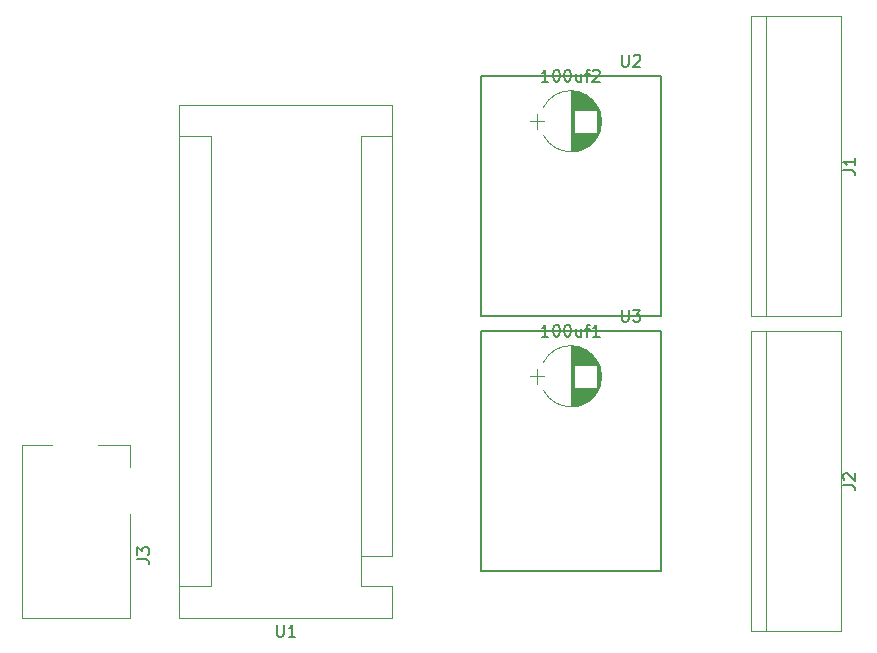
<source format=gbr>
G04 #@! TF.FileFunction,Legend,Top*
%FSLAX46Y46*%
G04 Gerber Fmt 4.6, Leading zero omitted, Abs format (unit mm)*
G04 Created by KiCad (PCBNEW 4.0.7) date 07/19/18 10:14:45*
%MOMM*%
%LPD*%
G01*
G04 APERTURE LIST*
%ADD10C,0.100000*%
%ADD11C,0.120000*%
%ADD12C,0.150000*%
G04 APERTURE END LIST*
D10*
D11*
X23650000Y-56150000D02*
X23650000Y-64950000D01*
X23650000Y-64950000D02*
X14450000Y-64950000D01*
X20950000Y-50250000D02*
X23650000Y-50250000D01*
X23650000Y-50250000D02*
X23650000Y-52150000D01*
X14450000Y-64950000D02*
X14450000Y-50250000D01*
X14450000Y-50250000D02*
X17050000Y-50250000D01*
D12*
X53340000Y-19050000D02*
X68580000Y-19050000D01*
X68580000Y-19050000D02*
X68580000Y-39370000D01*
X68580000Y-39370000D02*
X53340000Y-39370000D01*
X53340000Y-39370000D02*
X53340000Y-19050000D01*
D11*
X63245722Y-43270277D02*
G75*
G03X58634420Y-43270000I-2305722J-1179723D01*
G01*
X63245722Y-45629723D02*
G75*
G02X58634420Y-45630000I-2305722J1179723D01*
G01*
X63245722Y-45629723D02*
G75*
G03X63245580Y-43270000I-2305722J1179723D01*
G01*
X60940000Y-41900000D02*
X60940000Y-47000000D01*
X60980000Y-41900000D02*
X60980000Y-47000000D01*
X61020000Y-41901000D02*
X61020000Y-46999000D01*
X61060000Y-41902000D02*
X61060000Y-46998000D01*
X61100000Y-41904000D02*
X61100000Y-46996000D01*
X61140000Y-41907000D02*
X61140000Y-46993000D01*
X61180000Y-41911000D02*
X61180000Y-46989000D01*
X61220000Y-41915000D02*
X61220000Y-43470000D01*
X61220000Y-45430000D02*
X61220000Y-46985000D01*
X61260000Y-41919000D02*
X61260000Y-43470000D01*
X61260000Y-45430000D02*
X61260000Y-46981000D01*
X61300000Y-41925000D02*
X61300000Y-43470000D01*
X61300000Y-45430000D02*
X61300000Y-46975000D01*
X61340000Y-41931000D02*
X61340000Y-43470000D01*
X61340000Y-45430000D02*
X61340000Y-46969000D01*
X61380000Y-41937000D02*
X61380000Y-43470000D01*
X61380000Y-45430000D02*
X61380000Y-46963000D01*
X61420000Y-41944000D02*
X61420000Y-43470000D01*
X61420000Y-45430000D02*
X61420000Y-46956000D01*
X61460000Y-41952000D02*
X61460000Y-43470000D01*
X61460000Y-45430000D02*
X61460000Y-46948000D01*
X61500000Y-41961000D02*
X61500000Y-43470000D01*
X61500000Y-45430000D02*
X61500000Y-46939000D01*
X61540000Y-41970000D02*
X61540000Y-43470000D01*
X61540000Y-45430000D02*
X61540000Y-46930000D01*
X61580000Y-41980000D02*
X61580000Y-43470000D01*
X61580000Y-45430000D02*
X61580000Y-46920000D01*
X61620000Y-41990000D02*
X61620000Y-43470000D01*
X61620000Y-45430000D02*
X61620000Y-46910000D01*
X61661000Y-42002000D02*
X61661000Y-43470000D01*
X61661000Y-45430000D02*
X61661000Y-46898000D01*
X61701000Y-42014000D02*
X61701000Y-43470000D01*
X61701000Y-45430000D02*
X61701000Y-46886000D01*
X61741000Y-42026000D02*
X61741000Y-43470000D01*
X61741000Y-45430000D02*
X61741000Y-46874000D01*
X61781000Y-42040000D02*
X61781000Y-43470000D01*
X61781000Y-45430000D02*
X61781000Y-46860000D01*
X61821000Y-42054000D02*
X61821000Y-43470000D01*
X61821000Y-45430000D02*
X61821000Y-46846000D01*
X61861000Y-42068000D02*
X61861000Y-43470000D01*
X61861000Y-45430000D02*
X61861000Y-46832000D01*
X61901000Y-42084000D02*
X61901000Y-43470000D01*
X61901000Y-45430000D02*
X61901000Y-46816000D01*
X61941000Y-42100000D02*
X61941000Y-43470000D01*
X61941000Y-45430000D02*
X61941000Y-46800000D01*
X61981000Y-42117000D02*
X61981000Y-43470000D01*
X61981000Y-45430000D02*
X61981000Y-46783000D01*
X62021000Y-42135000D02*
X62021000Y-43470000D01*
X62021000Y-45430000D02*
X62021000Y-46765000D01*
X62061000Y-42154000D02*
X62061000Y-43470000D01*
X62061000Y-45430000D02*
X62061000Y-46746000D01*
X62101000Y-42174000D02*
X62101000Y-43470000D01*
X62101000Y-45430000D02*
X62101000Y-46726000D01*
X62141000Y-42194000D02*
X62141000Y-43470000D01*
X62141000Y-45430000D02*
X62141000Y-46706000D01*
X62181000Y-42216000D02*
X62181000Y-43470000D01*
X62181000Y-45430000D02*
X62181000Y-46684000D01*
X62221000Y-42238000D02*
X62221000Y-43470000D01*
X62221000Y-45430000D02*
X62221000Y-46662000D01*
X62261000Y-42261000D02*
X62261000Y-43470000D01*
X62261000Y-45430000D02*
X62261000Y-46639000D01*
X62301000Y-42285000D02*
X62301000Y-43470000D01*
X62301000Y-45430000D02*
X62301000Y-46615000D01*
X62341000Y-42310000D02*
X62341000Y-43470000D01*
X62341000Y-45430000D02*
X62341000Y-46590000D01*
X62381000Y-42337000D02*
X62381000Y-43470000D01*
X62381000Y-45430000D02*
X62381000Y-46563000D01*
X62421000Y-42364000D02*
X62421000Y-43470000D01*
X62421000Y-45430000D02*
X62421000Y-46536000D01*
X62461000Y-42392000D02*
X62461000Y-43470000D01*
X62461000Y-45430000D02*
X62461000Y-46508000D01*
X62501000Y-42422000D02*
X62501000Y-43470000D01*
X62501000Y-45430000D02*
X62501000Y-46478000D01*
X62541000Y-42453000D02*
X62541000Y-43470000D01*
X62541000Y-45430000D02*
X62541000Y-46447000D01*
X62581000Y-42485000D02*
X62581000Y-43470000D01*
X62581000Y-45430000D02*
X62581000Y-46415000D01*
X62621000Y-42518000D02*
X62621000Y-43470000D01*
X62621000Y-45430000D02*
X62621000Y-46382000D01*
X62661000Y-42553000D02*
X62661000Y-43470000D01*
X62661000Y-45430000D02*
X62661000Y-46347000D01*
X62701000Y-42589000D02*
X62701000Y-43470000D01*
X62701000Y-45430000D02*
X62701000Y-46311000D01*
X62741000Y-42627000D02*
X62741000Y-43470000D01*
X62741000Y-45430000D02*
X62741000Y-46273000D01*
X62781000Y-42667000D02*
X62781000Y-43470000D01*
X62781000Y-45430000D02*
X62781000Y-46233000D01*
X62821000Y-42708000D02*
X62821000Y-43470000D01*
X62821000Y-45430000D02*
X62821000Y-46192000D01*
X62861000Y-42751000D02*
X62861000Y-43470000D01*
X62861000Y-45430000D02*
X62861000Y-46149000D01*
X62901000Y-42796000D02*
X62901000Y-43470000D01*
X62901000Y-45430000D02*
X62901000Y-46104000D01*
X62941000Y-42844000D02*
X62941000Y-43470000D01*
X62941000Y-45430000D02*
X62941000Y-46056000D01*
X62981000Y-42894000D02*
X62981000Y-43470000D01*
X62981000Y-45430000D02*
X62981000Y-46006000D01*
X63021000Y-42946000D02*
X63021000Y-43470000D01*
X63021000Y-45430000D02*
X63021000Y-45954000D01*
X63061000Y-43002000D02*
X63061000Y-43470000D01*
X63061000Y-45430000D02*
X63061000Y-45898000D01*
X63101000Y-43060000D02*
X63101000Y-43470000D01*
X63101000Y-45430000D02*
X63101000Y-45840000D01*
X63141000Y-43123000D02*
X63141000Y-43470000D01*
X63141000Y-45430000D02*
X63141000Y-45777000D01*
X63181000Y-43189000D02*
X63181000Y-45711000D01*
X63221000Y-43261000D02*
X63221000Y-45639000D01*
X63261000Y-43338000D02*
X63261000Y-45562000D01*
X63301000Y-43422000D02*
X63301000Y-45478000D01*
X63341000Y-43516000D02*
X63341000Y-45384000D01*
X63381000Y-43621000D02*
X63381000Y-45279000D01*
X63421000Y-43743000D02*
X63421000Y-45157000D01*
X63461000Y-43891000D02*
X63461000Y-45009000D01*
X63501000Y-44096000D02*
X63501000Y-44804000D01*
X57490000Y-44450000D02*
X58690000Y-44450000D01*
X58090000Y-43800000D02*
X58090000Y-45100000D01*
X63245722Y-21680277D02*
G75*
G03X58634420Y-21680000I-2305722J-1179723D01*
G01*
X63245722Y-24039723D02*
G75*
G02X58634420Y-24040000I-2305722J1179723D01*
G01*
X63245722Y-24039723D02*
G75*
G03X63245580Y-21680000I-2305722J1179723D01*
G01*
X60940000Y-20310000D02*
X60940000Y-25410000D01*
X60980000Y-20310000D02*
X60980000Y-25410000D01*
X61020000Y-20311000D02*
X61020000Y-25409000D01*
X61060000Y-20312000D02*
X61060000Y-25408000D01*
X61100000Y-20314000D02*
X61100000Y-25406000D01*
X61140000Y-20317000D02*
X61140000Y-25403000D01*
X61180000Y-20321000D02*
X61180000Y-25399000D01*
X61220000Y-20325000D02*
X61220000Y-21880000D01*
X61220000Y-23840000D02*
X61220000Y-25395000D01*
X61260000Y-20329000D02*
X61260000Y-21880000D01*
X61260000Y-23840000D02*
X61260000Y-25391000D01*
X61300000Y-20335000D02*
X61300000Y-21880000D01*
X61300000Y-23840000D02*
X61300000Y-25385000D01*
X61340000Y-20341000D02*
X61340000Y-21880000D01*
X61340000Y-23840000D02*
X61340000Y-25379000D01*
X61380000Y-20347000D02*
X61380000Y-21880000D01*
X61380000Y-23840000D02*
X61380000Y-25373000D01*
X61420000Y-20354000D02*
X61420000Y-21880000D01*
X61420000Y-23840000D02*
X61420000Y-25366000D01*
X61460000Y-20362000D02*
X61460000Y-21880000D01*
X61460000Y-23840000D02*
X61460000Y-25358000D01*
X61500000Y-20371000D02*
X61500000Y-21880000D01*
X61500000Y-23840000D02*
X61500000Y-25349000D01*
X61540000Y-20380000D02*
X61540000Y-21880000D01*
X61540000Y-23840000D02*
X61540000Y-25340000D01*
X61580000Y-20390000D02*
X61580000Y-21880000D01*
X61580000Y-23840000D02*
X61580000Y-25330000D01*
X61620000Y-20400000D02*
X61620000Y-21880000D01*
X61620000Y-23840000D02*
X61620000Y-25320000D01*
X61661000Y-20412000D02*
X61661000Y-21880000D01*
X61661000Y-23840000D02*
X61661000Y-25308000D01*
X61701000Y-20424000D02*
X61701000Y-21880000D01*
X61701000Y-23840000D02*
X61701000Y-25296000D01*
X61741000Y-20436000D02*
X61741000Y-21880000D01*
X61741000Y-23840000D02*
X61741000Y-25284000D01*
X61781000Y-20450000D02*
X61781000Y-21880000D01*
X61781000Y-23840000D02*
X61781000Y-25270000D01*
X61821000Y-20464000D02*
X61821000Y-21880000D01*
X61821000Y-23840000D02*
X61821000Y-25256000D01*
X61861000Y-20478000D02*
X61861000Y-21880000D01*
X61861000Y-23840000D02*
X61861000Y-25242000D01*
X61901000Y-20494000D02*
X61901000Y-21880000D01*
X61901000Y-23840000D02*
X61901000Y-25226000D01*
X61941000Y-20510000D02*
X61941000Y-21880000D01*
X61941000Y-23840000D02*
X61941000Y-25210000D01*
X61981000Y-20527000D02*
X61981000Y-21880000D01*
X61981000Y-23840000D02*
X61981000Y-25193000D01*
X62021000Y-20545000D02*
X62021000Y-21880000D01*
X62021000Y-23840000D02*
X62021000Y-25175000D01*
X62061000Y-20564000D02*
X62061000Y-21880000D01*
X62061000Y-23840000D02*
X62061000Y-25156000D01*
X62101000Y-20584000D02*
X62101000Y-21880000D01*
X62101000Y-23840000D02*
X62101000Y-25136000D01*
X62141000Y-20604000D02*
X62141000Y-21880000D01*
X62141000Y-23840000D02*
X62141000Y-25116000D01*
X62181000Y-20626000D02*
X62181000Y-21880000D01*
X62181000Y-23840000D02*
X62181000Y-25094000D01*
X62221000Y-20648000D02*
X62221000Y-21880000D01*
X62221000Y-23840000D02*
X62221000Y-25072000D01*
X62261000Y-20671000D02*
X62261000Y-21880000D01*
X62261000Y-23840000D02*
X62261000Y-25049000D01*
X62301000Y-20695000D02*
X62301000Y-21880000D01*
X62301000Y-23840000D02*
X62301000Y-25025000D01*
X62341000Y-20720000D02*
X62341000Y-21880000D01*
X62341000Y-23840000D02*
X62341000Y-25000000D01*
X62381000Y-20747000D02*
X62381000Y-21880000D01*
X62381000Y-23840000D02*
X62381000Y-24973000D01*
X62421000Y-20774000D02*
X62421000Y-21880000D01*
X62421000Y-23840000D02*
X62421000Y-24946000D01*
X62461000Y-20802000D02*
X62461000Y-21880000D01*
X62461000Y-23840000D02*
X62461000Y-24918000D01*
X62501000Y-20832000D02*
X62501000Y-21880000D01*
X62501000Y-23840000D02*
X62501000Y-24888000D01*
X62541000Y-20863000D02*
X62541000Y-21880000D01*
X62541000Y-23840000D02*
X62541000Y-24857000D01*
X62581000Y-20895000D02*
X62581000Y-21880000D01*
X62581000Y-23840000D02*
X62581000Y-24825000D01*
X62621000Y-20928000D02*
X62621000Y-21880000D01*
X62621000Y-23840000D02*
X62621000Y-24792000D01*
X62661000Y-20963000D02*
X62661000Y-21880000D01*
X62661000Y-23840000D02*
X62661000Y-24757000D01*
X62701000Y-20999000D02*
X62701000Y-21880000D01*
X62701000Y-23840000D02*
X62701000Y-24721000D01*
X62741000Y-21037000D02*
X62741000Y-21880000D01*
X62741000Y-23840000D02*
X62741000Y-24683000D01*
X62781000Y-21077000D02*
X62781000Y-21880000D01*
X62781000Y-23840000D02*
X62781000Y-24643000D01*
X62821000Y-21118000D02*
X62821000Y-21880000D01*
X62821000Y-23840000D02*
X62821000Y-24602000D01*
X62861000Y-21161000D02*
X62861000Y-21880000D01*
X62861000Y-23840000D02*
X62861000Y-24559000D01*
X62901000Y-21206000D02*
X62901000Y-21880000D01*
X62901000Y-23840000D02*
X62901000Y-24514000D01*
X62941000Y-21254000D02*
X62941000Y-21880000D01*
X62941000Y-23840000D02*
X62941000Y-24466000D01*
X62981000Y-21304000D02*
X62981000Y-21880000D01*
X62981000Y-23840000D02*
X62981000Y-24416000D01*
X63021000Y-21356000D02*
X63021000Y-21880000D01*
X63021000Y-23840000D02*
X63021000Y-24364000D01*
X63061000Y-21412000D02*
X63061000Y-21880000D01*
X63061000Y-23840000D02*
X63061000Y-24308000D01*
X63101000Y-21470000D02*
X63101000Y-21880000D01*
X63101000Y-23840000D02*
X63101000Y-24250000D01*
X63141000Y-21533000D02*
X63141000Y-21880000D01*
X63141000Y-23840000D02*
X63141000Y-24187000D01*
X63181000Y-21599000D02*
X63181000Y-24121000D01*
X63221000Y-21671000D02*
X63221000Y-24049000D01*
X63261000Y-21748000D02*
X63261000Y-23972000D01*
X63301000Y-21832000D02*
X63301000Y-23888000D01*
X63341000Y-21926000D02*
X63341000Y-23794000D01*
X63381000Y-22031000D02*
X63381000Y-23689000D01*
X63421000Y-22153000D02*
X63421000Y-23567000D01*
X63461000Y-22301000D02*
X63461000Y-23419000D01*
X63501000Y-22506000D02*
X63501000Y-23214000D01*
X57490000Y-22860000D02*
X58690000Y-22860000D01*
X58090000Y-22210000D02*
X58090000Y-23510000D01*
X76200000Y-13970000D02*
X76200000Y-39370000D01*
X77470000Y-13970000D02*
X77470000Y-39370000D01*
X83820000Y-13970000D02*
X83820000Y-39370000D01*
X83820000Y-39370000D02*
X76200000Y-39370000D01*
X83820000Y-13970000D02*
X76200000Y-13970000D01*
X76200000Y-40640000D02*
X76200000Y-66040000D01*
X77470000Y-40640000D02*
X77470000Y-66040000D01*
X83820000Y-40640000D02*
X83820000Y-66040000D01*
X83820000Y-66040000D02*
X76200000Y-66040000D01*
X83820000Y-40640000D02*
X76200000Y-40640000D01*
X43180000Y-59690000D02*
X43180000Y-62230000D01*
X43180000Y-62230000D02*
X45850000Y-62230000D01*
X45850000Y-59690000D02*
X45850000Y-21460000D01*
X45850000Y-64900000D02*
X45850000Y-62230000D01*
X30480000Y-62230000D02*
X27810000Y-62230000D01*
X30480000Y-62230000D02*
X30480000Y-24130000D01*
X30480000Y-24130000D02*
X27810000Y-24130000D01*
X43180000Y-59690000D02*
X45850000Y-59690000D01*
X43180000Y-59690000D02*
X43180000Y-24130000D01*
X43180000Y-24130000D02*
X45850000Y-24130000D01*
X45850000Y-21460000D02*
X27810000Y-21460000D01*
X27810000Y-21460000D02*
X27810000Y-64900000D01*
X27810000Y-64900000D02*
X45850000Y-64900000D01*
D12*
X53340000Y-40640000D02*
X68580000Y-40640000D01*
X68580000Y-40640000D02*
X68580000Y-60960000D01*
X68580000Y-60960000D02*
X53340000Y-60960000D01*
X53340000Y-60960000D02*
X53340000Y-40640000D01*
X24252381Y-59933333D02*
X24966667Y-59933333D01*
X25109524Y-59980953D01*
X25204762Y-60076191D01*
X25252381Y-60219048D01*
X25252381Y-60314286D01*
X24252381Y-59552381D02*
X24252381Y-58933333D01*
X24633333Y-59266667D01*
X24633333Y-59123809D01*
X24680952Y-59028571D01*
X24728571Y-58980952D01*
X24823810Y-58933333D01*
X25061905Y-58933333D01*
X25157143Y-58980952D01*
X25204762Y-59028571D01*
X25252381Y-59123809D01*
X25252381Y-59409524D01*
X25204762Y-59504762D01*
X25157143Y-59552381D01*
X65278095Y-17232381D02*
X65278095Y-18041905D01*
X65325714Y-18137143D01*
X65373333Y-18184762D01*
X65468571Y-18232381D01*
X65659048Y-18232381D01*
X65754286Y-18184762D01*
X65801905Y-18137143D01*
X65849524Y-18041905D01*
X65849524Y-17232381D01*
X66278095Y-17327619D02*
X66325714Y-17280000D01*
X66420952Y-17232381D01*
X66659048Y-17232381D01*
X66754286Y-17280000D01*
X66801905Y-17327619D01*
X66849524Y-17422857D01*
X66849524Y-17518095D01*
X66801905Y-17660952D01*
X66230476Y-18232381D01*
X66849524Y-18232381D01*
X59059048Y-41092381D02*
X58487619Y-41092381D01*
X58773333Y-41092381D02*
X58773333Y-40092381D01*
X58678095Y-40235238D01*
X58582857Y-40330476D01*
X58487619Y-40378095D01*
X59678095Y-40092381D02*
X59773334Y-40092381D01*
X59868572Y-40140000D01*
X59916191Y-40187619D01*
X59963810Y-40282857D01*
X60011429Y-40473333D01*
X60011429Y-40711429D01*
X59963810Y-40901905D01*
X59916191Y-40997143D01*
X59868572Y-41044762D01*
X59773334Y-41092381D01*
X59678095Y-41092381D01*
X59582857Y-41044762D01*
X59535238Y-40997143D01*
X59487619Y-40901905D01*
X59440000Y-40711429D01*
X59440000Y-40473333D01*
X59487619Y-40282857D01*
X59535238Y-40187619D01*
X59582857Y-40140000D01*
X59678095Y-40092381D01*
X60630476Y-40092381D02*
X60725715Y-40092381D01*
X60820953Y-40140000D01*
X60868572Y-40187619D01*
X60916191Y-40282857D01*
X60963810Y-40473333D01*
X60963810Y-40711429D01*
X60916191Y-40901905D01*
X60868572Y-40997143D01*
X60820953Y-41044762D01*
X60725715Y-41092381D01*
X60630476Y-41092381D01*
X60535238Y-41044762D01*
X60487619Y-40997143D01*
X60440000Y-40901905D01*
X60392381Y-40711429D01*
X60392381Y-40473333D01*
X60440000Y-40282857D01*
X60487619Y-40187619D01*
X60535238Y-40140000D01*
X60630476Y-40092381D01*
X61820953Y-40425714D02*
X61820953Y-41092381D01*
X61392381Y-40425714D02*
X61392381Y-40949524D01*
X61440000Y-41044762D01*
X61535238Y-41092381D01*
X61678096Y-41092381D01*
X61773334Y-41044762D01*
X61820953Y-40997143D01*
X62154286Y-40425714D02*
X62535238Y-40425714D01*
X62297143Y-41092381D02*
X62297143Y-40235238D01*
X62344762Y-40140000D01*
X62440000Y-40092381D01*
X62535238Y-40092381D01*
X63392382Y-41092381D02*
X62820953Y-41092381D01*
X63106667Y-41092381D02*
X63106667Y-40092381D01*
X63011429Y-40235238D01*
X62916191Y-40330476D01*
X62820953Y-40378095D01*
X59059048Y-19502381D02*
X58487619Y-19502381D01*
X58773333Y-19502381D02*
X58773333Y-18502381D01*
X58678095Y-18645238D01*
X58582857Y-18740476D01*
X58487619Y-18788095D01*
X59678095Y-18502381D02*
X59773334Y-18502381D01*
X59868572Y-18550000D01*
X59916191Y-18597619D01*
X59963810Y-18692857D01*
X60011429Y-18883333D01*
X60011429Y-19121429D01*
X59963810Y-19311905D01*
X59916191Y-19407143D01*
X59868572Y-19454762D01*
X59773334Y-19502381D01*
X59678095Y-19502381D01*
X59582857Y-19454762D01*
X59535238Y-19407143D01*
X59487619Y-19311905D01*
X59440000Y-19121429D01*
X59440000Y-18883333D01*
X59487619Y-18692857D01*
X59535238Y-18597619D01*
X59582857Y-18550000D01*
X59678095Y-18502381D01*
X60630476Y-18502381D02*
X60725715Y-18502381D01*
X60820953Y-18550000D01*
X60868572Y-18597619D01*
X60916191Y-18692857D01*
X60963810Y-18883333D01*
X60963810Y-19121429D01*
X60916191Y-19311905D01*
X60868572Y-19407143D01*
X60820953Y-19454762D01*
X60725715Y-19502381D01*
X60630476Y-19502381D01*
X60535238Y-19454762D01*
X60487619Y-19407143D01*
X60440000Y-19311905D01*
X60392381Y-19121429D01*
X60392381Y-18883333D01*
X60440000Y-18692857D01*
X60487619Y-18597619D01*
X60535238Y-18550000D01*
X60630476Y-18502381D01*
X61820953Y-18835714D02*
X61820953Y-19502381D01*
X61392381Y-18835714D02*
X61392381Y-19359524D01*
X61440000Y-19454762D01*
X61535238Y-19502381D01*
X61678096Y-19502381D01*
X61773334Y-19454762D01*
X61820953Y-19407143D01*
X62154286Y-18835714D02*
X62535238Y-18835714D01*
X62297143Y-19502381D02*
X62297143Y-18645238D01*
X62344762Y-18550000D01*
X62440000Y-18502381D01*
X62535238Y-18502381D01*
X62820953Y-18597619D02*
X62868572Y-18550000D01*
X62963810Y-18502381D01*
X63201906Y-18502381D01*
X63297144Y-18550000D01*
X63344763Y-18597619D01*
X63392382Y-18692857D01*
X63392382Y-18788095D01*
X63344763Y-18930952D01*
X62773334Y-19502381D01*
X63392382Y-19502381D01*
X84012381Y-26993333D02*
X84726667Y-26993333D01*
X84869524Y-27040953D01*
X84964762Y-27136191D01*
X85012381Y-27279048D01*
X85012381Y-27374286D01*
X85012381Y-25993333D02*
X85012381Y-26564762D01*
X85012381Y-26279048D02*
X84012381Y-26279048D01*
X84155238Y-26374286D01*
X84250476Y-26469524D01*
X84298095Y-26564762D01*
X84012381Y-53663333D02*
X84726667Y-53663333D01*
X84869524Y-53710953D01*
X84964762Y-53806191D01*
X85012381Y-53949048D01*
X85012381Y-54044286D01*
X84107619Y-53234762D02*
X84060000Y-53187143D01*
X84012381Y-53091905D01*
X84012381Y-52853809D01*
X84060000Y-52758571D01*
X84107619Y-52710952D01*
X84202857Y-52663333D01*
X84298095Y-52663333D01*
X84440952Y-52710952D01*
X85012381Y-53282381D01*
X85012381Y-52663333D01*
X36068095Y-65492381D02*
X36068095Y-66301905D01*
X36115714Y-66397143D01*
X36163333Y-66444762D01*
X36258571Y-66492381D01*
X36449048Y-66492381D01*
X36544286Y-66444762D01*
X36591905Y-66397143D01*
X36639524Y-66301905D01*
X36639524Y-65492381D01*
X37639524Y-66492381D02*
X37068095Y-66492381D01*
X37353809Y-66492381D02*
X37353809Y-65492381D01*
X37258571Y-65635238D01*
X37163333Y-65730476D01*
X37068095Y-65778095D01*
X65278095Y-38822381D02*
X65278095Y-39631905D01*
X65325714Y-39727143D01*
X65373333Y-39774762D01*
X65468571Y-39822381D01*
X65659048Y-39822381D01*
X65754286Y-39774762D01*
X65801905Y-39727143D01*
X65849524Y-39631905D01*
X65849524Y-38822381D01*
X66230476Y-38822381D02*
X66849524Y-38822381D01*
X66516190Y-39203333D01*
X66659048Y-39203333D01*
X66754286Y-39250952D01*
X66801905Y-39298571D01*
X66849524Y-39393810D01*
X66849524Y-39631905D01*
X66801905Y-39727143D01*
X66754286Y-39774762D01*
X66659048Y-39822381D01*
X66373333Y-39822381D01*
X66278095Y-39774762D01*
X66230476Y-39727143D01*
M02*

</source>
